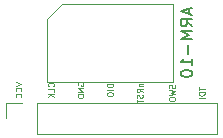
<source format=gbr>
G04 #@! TF.GenerationSoftware,KiCad,Pcbnew,5.99.0-unknown-9a4f92dfd~102~ubuntu20.04.1*
G04 #@! TF.CreationDate,2020-08-30T02:03:19+02:00*
G04 #@! TF.ProjectId,tc2050-arm2010,74633230-3530-42d6-9172-6d323031302e,rev?*
G04 #@! TF.SameCoordinates,Original*
G04 #@! TF.FileFunction,Legend,Bot*
G04 #@! TF.FilePolarity,Positive*
%FSLAX46Y46*%
G04 Gerber Fmt 4.6, Leading zero omitted, Abs format (unit mm)*
G04 Created by KiCad (PCBNEW 5.99.0-unknown-9a4f92dfd~102~ubuntu20.04.1) date 2020-08-30 02:03:19*
%MOMM*%
%LPD*%
G01*
G04 APERTURE LIST*
%ADD10C,0.150000*%
%ADD11C,0.125000*%
%ADD12C,0.120000*%
G04 APERTURE END LIST*
D10*
X185076666Y-112259047D02*
X185076666Y-112735238D01*
X185362380Y-112163809D02*
X184362380Y-112497142D01*
X185362380Y-112830476D01*
X185362380Y-113735238D02*
X184886190Y-113401904D01*
X185362380Y-113163809D02*
X184362380Y-113163809D01*
X184362380Y-113544761D01*
X184410000Y-113640000D01*
X184457619Y-113687619D01*
X184552857Y-113735238D01*
X184695714Y-113735238D01*
X184790952Y-113687619D01*
X184838571Y-113640000D01*
X184886190Y-113544761D01*
X184886190Y-113163809D01*
X185362380Y-114163809D02*
X184362380Y-114163809D01*
X185076666Y-114497142D01*
X184362380Y-114830476D01*
X185362380Y-114830476D01*
X184981428Y-115306666D02*
X184981428Y-116068571D01*
X185362380Y-117068571D02*
X185362380Y-116497142D01*
X185362380Y-116782857D02*
X184362380Y-116782857D01*
X184505238Y-116687619D01*
X184600476Y-116592380D01*
X184648095Y-116497142D01*
X184362380Y-117687619D02*
X184362380Y-117782857D01*
X184410000Y-117878095D01*
X184457619Y-117925714D01*
X184552857Y-117973333D01*
X184743333Y-118020952D01*
X184981428Y-118020952D01*
X185171904Y-117973333D01*
X185267142Y-117925714D01*
X185314761Y-117878095D01*
X185362380Y-117782857D01*
X185362380Y-117687619D01*
X185314761Y-117592380D01*
X185267142Y-117544761D01*
X185171904Y-117497142D01*
X184981428Y-117449523D01*
X184743333Y-117449523D01*
X184552857Y-117497142D01*
X184457619Y-117544761D01*
X184410000Y-117592380D01*
X184362380Y-117687619D01*
D11*
X185886190Y-118878095D02*
X185886190Y-119163809D01*
X186386190Y-119020952D02*
X185886190Y-119020952D01*
X186386190Y-119330476D02*
X185886190Y-119330476D01*
X185886190Y-119449523D01*
X185910000Y-119520952D01*
X185957619Y-119568571D01*
X186005238Y-119592380D01*
X186100476Y-119616190D01*
X186171904Y-119616190D01*
X186267142Y-119592380D01*
X186314761Y-119568571D01*
X186362380Y-119520952D01*
X186386190Y-119449523D01*
X186386190Y-119330476D01*
X186386190Y-119830476D02*
X185886190Y-119830476D01*
X173588571Y-118842380D02*
X173612380Y-118818571D01*
X173636190Y-118747142D01*
X173636190Y-118699523D01*
X173612380Y-118628095D01*
X173564761Y-118580476D01*
X173517142Y-118556666D01*
X173421904Y-118532857D01*
X173350476Y-118532857D01*
X173255238Y-118556666D01*
X173207619Y-118580476D01*
X173160000Y-118628095D01*
X173136190Y-118699523D01*
X173136190Y-118747142D01*
X173160000Y-118818571D01*
X173183809Y-118842380D01*
X173636190Y-119294761D02*
X173636190Y-119056666D01*
X173136190Y-119056666D01*
X173636190Y-119461428D02*
X173136190Y-119461428D01*
X173636190Y-119747142D02*
X173350476Y-119532857D01*
X173136190Y-119747142D02*
X173421904Y-119461428D01*
X170386190Y-118473333D02*
X170886190Y-118640000D01*
X170386190Y-118806666D01*
X170838571Y-119259047D02*
X170862380Y-119235238D01*
X170886190Y-119163809D01*
X170886190Y-119116190D01*
X170862380Y-119044761D01*
X170814761Y-118997142D01*
X170767142Y-118973333D01*
X170671904Y-118949523D01*
X170600476Y-118949523D01*
X170505238Y-118973333D01*
X170457619Y-118997142D01*
X170410000Y-119044761D01*
X170386190Y-119116190D01*
X170386190Y-119163809D01*
X170410000Y-119235238D01*
X170433809Y-119259047D01*
X170838571Y-119759047D02*
X170862380Y-119735238D01*
X170886190Y-119663809D01*
X170886190Y-119616190D01*
X170862380Y-119544761D01*
X170814761Y-119497142D01*
X170767142Y-119473333D01*
X170671904Y-119449523D01*
X170600476Y-119449523D01*
X170505238Y-119473333D01*
X170457619Y-119497142D01*
X170410000Y-119544761D01*
X170386190Y-119616190D01*
X170386190Y-119663809D01*
X170410000Y-119735238D01*
X170433809Y-119759047D01*
X175660000Y-118759047D02*
X175636190Y-118711428D01*
X175636190Y-118640000D01*
X175660000Y-118568571D01*
X175707619Y-118520952D01*
X175755238Y-118497142D01*
X175850476Y-118473333D01*
X175921904Y-118473333D01*
X176017142Y-118497142D01*
X176064761Y-118520952D01*
X176112380Y-118568571D01*
X176136190Y-118640000D01*
X176136190Y-118687619D01*
X176112380Y-118759047D01*
X176088571Y-118782857D01*
X175921904Y-118782857D01*
X175921904Y-118687619D01*
X176136190Y-118997142D02*
X175636190Y-118997142D01*
X176136190Y-119282857D01*
X175636190Y-119282857D01*
X176136190Y-119520952D02*
X175636190Y-119520952D01*
X175636190Y-119640000D01*
X175660000Y-119711428D01*
X175707619Y-119759047D01*
X175755238Y-119782857D01*
X175850476Y-119806666D01*
X175921904Y-119806666D01*
X176017142Y-119782857D01*
X176064761Y-119759047D01*
X176112380Y-119711428D01*
X176136190Y-119640000D01*
X176136190Y-119520952D01*
X180802857Y-118604285D02*
X181136190Y-118604285D01*
X180850476Y-118604285D02*
X180826666Y-118628095D01*
X180802857Y-118675714D01*
X180802857Y-118747142D01*
X180826666Y-118794761D01*
X180874285Y-118818571D01*
X181136190Y-118818571D01*
X181136190Y-119342380D02*
X180898095Y-119175714D01*
X181136190Y-119056666D02*
X180636190Y-119056666D01*
X180636190Y-119247142D01*
X180660000Y-119294761D01*
X180683809Y-119318571D01*
X180731428Y-119342380D01*
X180802857Y-119342380D01*
X180850476Y-119318571D01*
X180874285Y-119294761D01*
X180898095Y-119247142D01*
X180898095Y-119056666D01*
X181112380Y-119532857D02*
X181136190Y-119604285D01*
X181136190Y-119723333D01*
X181112380Y-119770952D01*
X181088571Y-119794761D01*
X181040952Y-119818571D01*
X180993333Y-119818571D01*
X180945714Y-119794761D01*
X180921904Y-119770952D01*
X180898095Y-119723333D01*
X180874285Y-119628095D01*
X180850476Y-119580476D01*
X180826666Y-119556666D01*
X180779047Y-119532857D01*
X180731428Y-119532857D01*
X180683809Y-119556666D01*
X180660000Y-119580476D01*
X180636190Y-119628095D01*
X180636190Y-119747142D01*
X180660000Y-119818571D01*
X180636190Y-119961428D02*
X180636190Y-120247142D01*
X181136190Y-120104285D02*
X180636190Y-120104285D01*
X178636190Y-118628095D02*
X178136190Y-118628095D01*
X178136190Y-118747142D01*
X178160000Y-118818571D01*
X178207619Y-118866190D01*
X178255238Y-118890000D01*
X178350476Y-118913809D01*
X178421904Y-118913809D01*
X178517142Y-118890000D01*
X178564761Y-118866190D01*
X178612380Y-118818571D01*
X178636190Y-118747142D01*
X178636190Y-118628095D01*
X178636190Y-119128095D02*
X178136190Y-119128095D01*
X178136190Y-119461428D02*
X178136190Y-119556666D01*
X178160000Y-119604285D01*
X178207619Y-119651904D01*
X178302857Y-119675714D01*
X178469523Y-119675714D01*
X178564761Y-119651904D01*
X178612380Y-119604285D01*
X178636190Y-119556666D01*
X178636190Y-119461428D01*
X178612380Y-119413809D01*
X178564761Y-119366190D01*
X178469523Y-119342380D01*
X178302857Y-119342380D01*
X178207619Y-119366190D01*
X178160000Y-119413809D01*
X178136190Y-119461428D01*
X183862380Y-118699523D02*
X183886190Y-118770952D01*
X183886190Y-118890000D01*
X183862380Y-118937619D01*
X183838571Y-118961428D01*
X183790952Y-118985238D01*
X183743333Y-118985238D01*
X183695714Y-118961428D01*
X183671904Y-118937619D01*
X183648095Y-118890000D01*
X183624285Y-118794761D01*
X183600476Y-118747142D01*
X183576666Y-118723333D01*
X183529047Y-118699523D01*
X183481428Y-118699523D01*
X183433809Y-118723333D01*
X183410000Y-118747142D01*
X183386190Y-118794761D01*
X183386190Y-118913809D01*
X183410000Y-118985238D01*
X183386190Y-119151904D02*
X183886190Y-119270952D01*
X183529047Y-119366190D01*
X183886190Y-119461428D01*
X183386190Y-119580476D01*
X183386190Y-119866190D02*
X183386190Y-119961428D01*
X183410000Y-120009047D01*
X183457619Y-120056666D01*
X183552857Y-120080476D01*
X183719523Y-120080476D01*
X183814761Y-120056666D01*
X183862380Y-120009047D01*
X183886190Y-119961428D01*
X183886190Y-119866190D01*
X183862380Y-119818571D01*
X183814761Y-119770952D01*
X183719523Y-119747142D01*
X183552857Y-119747142D01*
X183457619Y-119770952D01*
X183410000Y-119818571D01*
X183386190Y-119866190D01*
D12*
X174340000Y-111830000D02*
X173070000Y-113100000D01*
X183750000Y-111830000D02*
X183750000Y-118450000D01*
X173070000Y-118450000D02*
X183750000Y-118450000D01*
X174340000Y-111830000D02*
X183750000Y-111830000D01*
X173070000Y-113100000D02*
X173070000Y-118450000D01*
X170910000Y-120210000D02*
X169580000Y-120210000D01*
X169580000Y-120210000D02*
X169580000Y-121540000D01*
X187480000Y-120210000D02*
X187480000Y-122870000D01*
X172180000Y-120210000D02*
X187480000Y-120210000D01*
X172180000Y-120210000D02*
X172180000Y-122870000D01*
X172180000Y-122870000D02*
X187480000Y-122870000D01*
M02*

</source>
